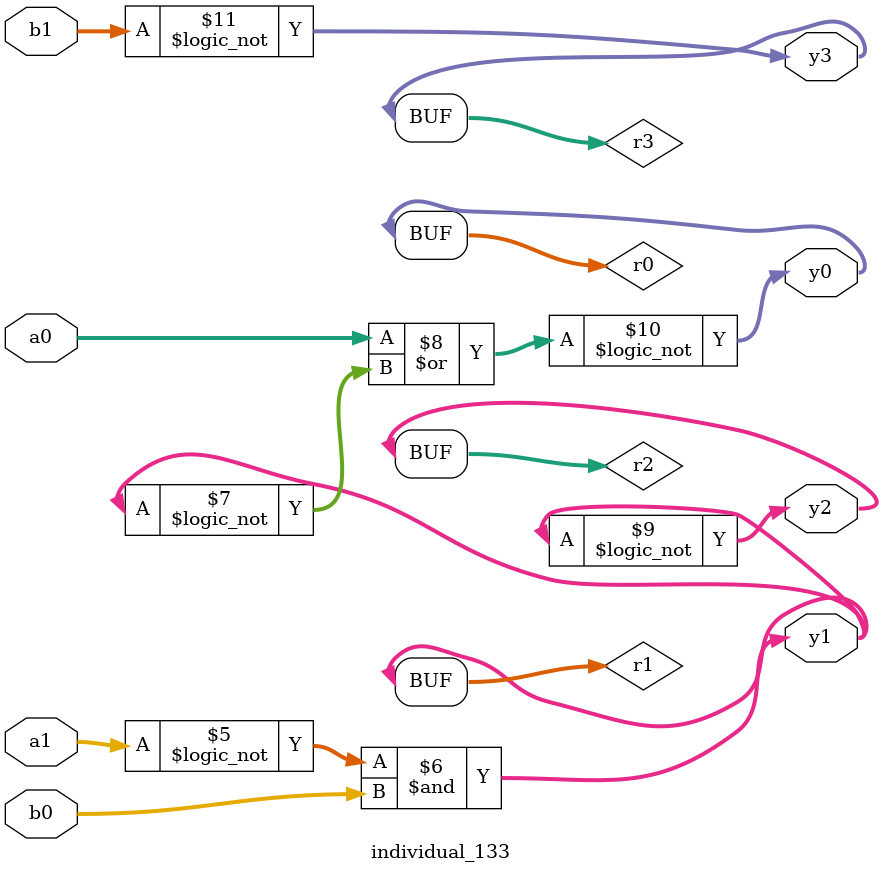
<source format=sv>
module individual_133(input logic [15:0] a1, input logic [15:0] a0, input logic [15:0] b1, input logic [15:0] b0, output logic [15:0] y3, output logic [15:0] y2, output logic [15:0] y1, output logic [15:0] y0);
logic [15:0] r0, r1, r2, r3; 
 always@(*) begin 
	 r0 = a0; r1 = a1; r2 = b0; r3 = b1; 
 	 r2 = ! r2 ;
 	 r3  |=  r1 ;
 	 r2 = ! r1 ;
 	 r1 = ! a1 ;
 	 r1  &=  b0 ;
 	 r3 = ! r1 ;
 	 r0  |=  r3 ;
 	 r2 = ! r1 ;
 	 r0 = ! r0 ;
 	 r3 = ! b1 ;
 	 y3 = r3; y2 = r2; y1 = r1; y0 = r0; 
end
endmodule
</source>
